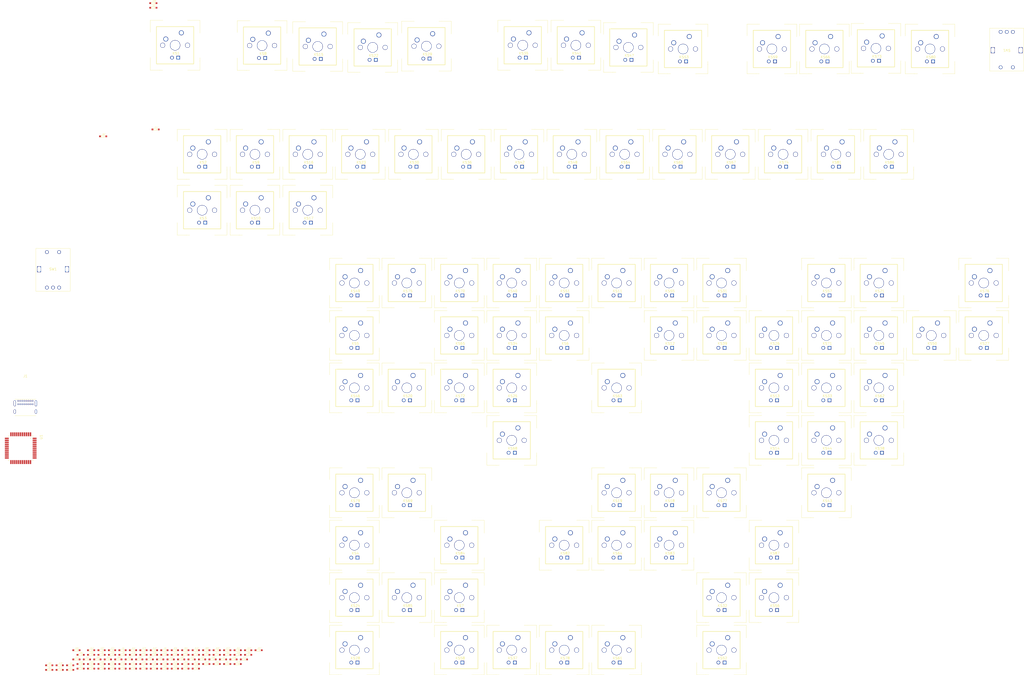
<source format=kicad_pcb>
(kicad_pcb (version 20211014) (generator pcbnew)
  (layers (0 "F.Cu" signal) (31 "B.Cu" signal) (34 "B.Paste" user) (35 "F.Paste" user) (36 "B.SilkS" user "B.Silkscreen") (37 "F.SilkS" user "F.Silkscreen") (38 "B.Mask" user) (39 "F.Mask" user) (44 "Edge.Cuts" user))
  (net 0 "")
  (net 1 "Net-(D1-Pad1)")
  (net 2 "ROW0")
  (net 3 "Net-(D2-Pad1)")
  (net 4 "ROW1")
  (net 5 "Net-(D3-Pad1)")
  (net 6 "ROW2")
  (net 7 "Net-(D4-Pad1)")
  (net 8 "ROW3")
  (net 9 "Net-(D5-Pad1)")
  (net 10 "ROW4")
  (net 11 "Net-(D6-Pad1)")
  (net 12 "ROW5")
  (net 13 "Net-(D7-Pad1)")
  (net 14 "ROW6")
  (net 15 "Net-(D8-Pad1)")
  (net 16 "Net-(D86-Pad2)")
  (net 17 "Net-(D9-Pad1)")
  (net 18 "Net-(D87-Pad1)")
  (net 19 "Net-(D10-Pad1)")
  (net 21 "Net-(D11-Pad1)")
  (net 23 "Net-(D12-Pad1)")
  (net 25 "Net-(D13-Pad1)")
  (net 26 "Net-(D14-Pad1)")
  (net 27 "Net-(D15-Pad1)")
  (net 28 "Net-(D16-Pad1)")
  (net 29 "Net-(D17-Pad1)")
  (net 30 "Net-(D18-Pad1)")
  (net 31 "Net-(D19-Pad1)")
  (net 32 "Net-(D20-Pad1)")
  (net 33 "Net-(D21-Pad1)")
  (net 34 "Net-(D22-Pad1)")
  (net 35 "Net-(D23-Pad1)")
  (net 36 "Net-(D24-Pad1)")
  (net 37 "Net-(D25-Pad1)")
  (net 38 "Net-(D26-Pad1)")
  (net 40 "Net-(D27-Pad1)")
  (net 42 "Net-(D28-Pad1)")
  (net 43 "Net-(D29-Pad1)")
  (net 44 "Net-(D30-Pad1)")
  (net 45 "Net-(D31-Pad1)")
  (net 46 "Net-(D32-Pad1)")
  (net 47 "Net-(D33-Pad1)")
  (net 48 "Net-(D34-Pad1)")
  (net 49 "Net-(D35-Pad1)")
  (net 50 "Net-(D36-Pad1)")
  (net 51 "Net-(D37-Pad1)")
  (net 52 "Net-(D38-Pad1)")
  (net 53 "Net-(D39-Pad1)")
  (net 54 "Net-(D40-Pad1)")
  (net 55 "Net-(D41-Pad1)")
  (net 56 "Net-(D42-Pad1)")
  (net 57 "Net-(D43-Pad1)")
  (net 58 "Net-(D44-Pad1)")
  (net 59 "Net-(D45-Pad1)")
  (net 60 "Net-(D46-Pad1)")
  (net 61 "Net-(D47-Pad1)")
  (net 62 "Net-(D48-Pad1)")
  (net 63 "Net-(D49-Pad1)")
  (net 64 "Net-(D50-Pad1)")
  (net 65 "Net-(D51-Pad1)")
  (net 66 "Net-(D52-Pad1)")
  (net 67 "Net-(D53-Pad1)")
  (net 68 "Net-(D54-Pad1)")
  (net 69 "Net-(D55-Pad1)")
  (net 70 "Net-(D56-Pad1)")
  (net 71 "Net-(D57-Pad1)")
  (net 72 "Net-(D58-Pad1)")
  (net 73 "Net-(D59-Pad1)")
  (net 74 "Net-(D60-Pad1)")
  (net 75 "Net-(D61-Pad1)")
  (net 76 "Net-(D62-Pad1)")
  (net 77 "Net-(D63-Pad1)")
  (net 78 "Net-(D64-Pad1)")
  (net 79 "Net-(D65-Pad1)")
  (net 80 "Net-(D66-Pad1)")
  (net 81 "Net-(D67-Pad1)")
  (net 82 "Net-(D68-Pad1)")
  (net 83 "Net-(D69-Pad1)")
  (net 84 "Net-(D70-Pad1)")
  (net 85 "Net-(D71-Pad1)")
  (net 86 "Net-(D72-Pad1)")
  (net 87 "Net-(D73-Pad1)")
  (net 88 "Net-(D74-Pad1)")
  (net 89 "Net-(D75-Pad1)")
  (net 90 "Net-(D76-Pad1)")
  (net 91 "Net-(D77-Pad1)")
  (net 92 "Net-(D78-Pad1)")
  (net 93 "Net-(D79-Pad1)")
  (net 94 "Net-(D80-Pad1)")
  (net 95 "Net-(D81-Pad1)")
  (net 96 "Net-(D82-Pad1)")
  (net 97 "Net-(D83-Pad1)")
  (net 98 "Net-(D84-Pad1)")
  (net 99 "Net-(D85-Pad1)")
  (net 100 "Net-(D86-Pad1)")
  (net 101 "COL0")
  (net 102 "COL1")
  (net 103 "COL2")
  (net 104 "COL3")
  (net 105 "COL4")
  (net 106 "COL5")
  (net 107 "COL6")
  (net 108 "COL7")
  (net 109 "COL8")
  (net 110 "COL9")
  (net 111 "COL10")
  (net 112 "COL11")
  (net 113 "COL12")
  (net 114 "COL13")
  (net 115 "ENCA")
  (net 116 "ENCB")
  (net 117 "GND")
  (net 163 "Net-(D88-Pad1)")
  (net 165 "/D+")
  (net 166 "/D-")
  (footprint "keyboard_fp:CherryMx" (layer "F.Cu") (at 340.868 -59.563)
    (fp_text reference "KS59")
    (fp_text value "F9")
  )
  (footprint "keyboard_fp:SOD323" (layer "F.Cu") (at 115.189 189.992)
    (fp_text reference "D2")
    (fp_text value "1N4148WX-TP" hide)
  )
  (footprint "keyboard_fp:SOD323" (layer "F.Cu") (at 78.389 186.232)
    (fp_text reference "D44")
    (fp_text value "1N4148WX-TP" hide)
  )
  (footprint "keyboard_fp:CherryMx" (layer "F.Cu") (at 255.951 57.542)
    (fp_text reference "KS6")
    (fp_text value "LCTL")
  )
  (footprint "keyboard_fp:CherryMx" (layer "F.Cu") (at 107.95 6.35)
    (fp_text reference "KS3")
    (fp_text value "TAB")
  )
  (footprint "keyboard_fp:SOD323" (layer "F.Cu") (at 44.149 192.392)
    (fp_text reference "D81")
    (fp_text value "1N4148WX-TP" hide)
  )
  (footprint "keyboard_fp:CherryMx" (layer "F.Cu") (at 234.511 100.422)
    (fp_text reference "KS68")
    (fp_text value "p")
  )
  (footprint "keyboard_fp:SOD323" (layer "F.Cu") (at 82.669 188.112)
    (fp_text reference "D34")
    (fp_text value "1N4148WX-TP" hide)
  )
  (footprint "keyboard_fp:ATMEGA32U4-AUR" (layer "F.Cu") (at 33.782 103.632 -90)
    (fp_text reference "U1")
    (fp_text value "ATMEGA32U4-AUR")
  )
  (footprint "keyboard_fp:CherryMx" (layer "F.Cu") (at 280.67 -16.51)
    (fp_text reference "KS54")
    (fp_text value "8")
  )
  (footprint "keyboard_fp:SOD323" (layer "F.Cu") (at 52.709 192.392)
    (fp_text reference "D3")
    (fp_text value "1N4148WX-TP" hide)
  )
  (footprint "keyboard_fp:CherryMx" (layer "F.Cu") (at 96.901 -61.087)
    (fp_text reference "KS1")
    (fp_text value "ESC")
  )
  (footprint "keyboard_fp:CherryMx" (layer "F.Cu") (at 341.711 100.422)
    (fp_text reference "KS14")
    (fp_text value "SCRLCK")
  )
  (footprint "keyboard_fp:CherryMx" (layer "F.Cu") (at 255.951 36.102)
    (fp_text reference "KS51")
    (fp_text value "m")
  )
  (footprint "keyboard_fp:SOD323" (layer "F.Cu") (at 112.629 188.112)
    (fp_text reference "D17")
    (fp_text value "1N4148WX-TP" hide)
  )
  (footprint "keyboard_fp:SOD323" (layer "F.Cu") (at 82.669 186.232)
    (fp_text reference "D75")
    (fp_text value "1N4148WX-TP" hide)
  )
  (footprint "keyboard_fp:CherryMx" (layer "F.Cu") (at 345.44 -16.51)
    (fp_text reference "KS74")
    (fp_text value "-")
  )
  (footprint "keyboard_fp:CherryMx" (layer "F.Cu") (at 234.511 186.182)
    (fp_text reference "KS37")
    (fp_text value "t")
  )
  (footprint "keyboard_fp:SOD323" (layer "F.Cu") (at 112.629 186.232)
    (fp_text reference "D30")
    (fp_text value "1N4148WX-TP" hide)
  )
  (footprint "keyboard_fp:PEC11H-RotaryEncoderSwitch" (layer "F.Cu") (at 436.88 -59.059 180)
    (fp_text reference "SW1")
    (fp_text value "PEC11H-RotaryEncoderSwitch" hide)
  )
  (footprint "keyboard_fp:SOD323" (layer "F.Cu") (at 74.109 193.752)
    (fp_text reference "D21")
    (fp_text value "1N4148WX-TP" hide)
  )
  (footprint "keyboard_fp:CherryMx" (layer "F.Cu") (at 234.511 78.982)
    (fp_text reference "KS25")
    (fp_text value "d")
  )
  (footprint "keyboard_fp:SOD323" (layer "F.Cu") (at 98.069 189.992)
    (fp_text reference "D38")
    (fp_text value "1N4148WX-TP" hide)
  )
  (footprint "keyboard_fp:SOD323" (layer "F.Cu") (at 52.709 194.272)
    (fp_text reference "D41")
    (fp_text value "1N4148WX-TP" hide)
  )
  (footprint "keyboard_fp:CherryMx" (layer "F.Cu") (at 320.271 164.742)
    (fp_text reference "KS32")
    (fp_text value "f")
  )
  (footprint "keyboard_fp:SOD323" (layer "F.Cu") (at 61.269 193.752)
    (fp_text reference "D55")
    (fp_text value "1N4148WX-TP" hide)
  )
  (footprint "keyboard_fp:SOD323" (layer "F.Cu") (at 80.949 189.992)
    (fp_text reference "D32")
    (fp_text value "1N4148WX-TP" hide)
  )
  (footprint "keyboard_fp:SOD323" (layer "F.Cu") (at 82.669 191.872)
    (fp_text reference "D65")
    (fp_text value "1N4148WX-TP" hide)
  )
  (footprint "keyboard_fp:SOD323" (layer "F.Cu") (at 104.069 188.112)
    (fp_text reference "D74")
    (fp_text value "1N4148WX-TP" hide)
  )
  (footprint "keyboard_fp:SOD323" (layer "F.Cu") (at 85.229 189.992)
    (fp_text reference "D84")
    (fp_text value "1N4148WX-TP" hide)
  )
  (footprint "keyboard_fp:SOD323" (layer "F.Cu") (at 104.069 193.752)
    (fp_text reference "D73")
    (fp_text value "1N4148WX-TP" hide)
  )
  (footprint "keyboard_fp:CherryMx" (layer "F.Cu") (at 191.631 36.102)
    (fp_text reference "KS75")
    (fp_text value "[")
  )
  (footprint "keyboard_fp:CherryMx" (layer "F.Cu") (at 170.191 164.742)
    (fp_text reference "KS24")
    (fp_text value "e")
  )
  (footprint "keyboard_fp:CherryMx" (layer "F.Cu") (at 237.49 -16.51)
    (fp_text reference "KS42")
    (fp_text value "6")
  )
  (footprint "keyboard_fp:CherryMx" (layer "F.Cu") (at 282.194 -60.198)
    (fp_text reference "KS47")
    (fp_text value "F7")
  )
  (footprint "keyboard_fp:SOD323" (layer "F.Cu") (at 68.109 189.992)
    (fp_text reference "D52")
    (fp_text value "1N4148WX-TP" hide)
  )
  (footprint "keyboard_fp:SOD323" (layer "F.Cu") (at 102.349 189.992)
    (fp_text reference "D45")
    (fp_text value "1N4148WX-TP" hide)
  )
  (footprint "keyboard_fp:SOD323" (layer "F.Cu") (at 55.269 186.232)
    (fp_text reference "D61")
    (fp_text value "1N4148WX-TP" hide)
  )
  (footprint "keyboard_fp:CherryMx" (layer "F.Cu") (at 191.631 78.982)
    (fp_text reference "KS20")
    (fp_text value "LALT")
  )
  (footprint "keyboard_fp:SOD323" (layer "F.Cu") (at 55.269 189.992)
    (fp_text reference "D42")
    (fp_text value "1N4148WX-TP" hide)
  )
  (footprint "keyboard_fp:SOD323" (layer "F.Cu") (at 59.549 189.992)
    (fp_text reference "D54")
    (fp_text value "1N4148WX-TP" hide)
  )
  (footprint "keyboard_fp:SOD323" (layer "F.Cu") (at 65.549 191.872)
    (fp_text reference "D35")
    (fp_text value "1N4148WX-TP" hide)
  )
  (footprint "keyboard_fp:SOD323" (layer "F.Cu") (at 66.19 -23.85)
    (fp_text reference "D87")
    (fp_text value "1N4148WX-TP" hide)
  )
  (footprint "keyboard_fp:SOD323" (layer "F.Cu") (at 91.229 188.112)
    (fp_text reference "D39")
    (fp_text value "1N4148WX-TP" hide)
  )
  (footprint "keyboard_fp:CherryMx" (layer "F.Cu") (at 341.711 143.302)
    (fp_text reference "KS87")
    (fp_text value "\\")
  )
  (footprint "keyboard_fp:CherryMx" (layer "F.Cu") (at 304.546 -59.563)
    (fp_text reference "KS53")
    (fp_text value "F8")
  )
  (footprint "keyboard_fp:SOD323" (layer "F.Cu") (at 91.229 191.872)
    (fp_text reference "D70")
    (fp_text value "1N4148WX-TP" hide)
  )
  (footprint "keyboard_fp:CherryMx" (layer "F.Cu") (at 341.711 57.542)
    (fp_text reference "KS26")
    (fp_text value "c")
  )
  (footprint "keyboard_fp:CherryMx" (layer "F.Cu") (at 260.731 -61.087)
    (fp_text reference "KS41")
    (fp_text value "F6")
  )
  (footprint "keyboard_fp:CherryMx" (layer "F.Cu") (at 194.31 -16.51)
    (fp_text reference "KS30")
    (fp_text value "4")
  )
  (footprint "keyboard_fp:CherryMx" (layer "F.Cu") (at 302.26 -16.51)
    (fp_text reference "KS60")
    (fp_text value "9")
  )
  (footprint "keyboard_fp:SOD323" (layer "F.Cu") (at 95.509 193.752)
    (fp_text reference "D63")
    (fp_text value "1N4148WX-TP" hide)
  )
  (footprint "keyboard_fp:CherryMx" (layer "F.Cu") (at 172.593 -16.51)
    (fp_text reference "KS23")
    (fp_text value "3")
  )
  (footprint "keyboard_fp:SOD323" (layer "F.Cu") (at 86.949 191.872)
    (fp_text reference "D9")
    (fp_text value "1N4148WX-TP" hide)
  )
  (footprint "keyboard_fp:SOD323" (layer "F.Cu") (at 93.789 189.992)
    (fp_text reference "D23")
    (fp_text value "1N4148WX-TP" hide)
  )
  (footprint "keyboard_fp:CherryMx" (layer "F.Cu") (at 170.191 78.982)
    (fp_text reference "KS46")
    (fp_text value "DEL")
  )
  (footprint "keyboard_fp:CherryMx" (layer "F.Cu") (at 234.511 36.102)
    (fp_text reference "KS40")
    (fp_text value "PUP")
  )
  (footprint "keyboard_fp:SOD323" (layer "F.Cu") (at 69.829 193.752)
    (fp_text reference "D18")
    (fp_text value "1N4148WX-TP" hide)
  )
  (footprint "keyboard_fp:CherryMx" (layer "F.Cu") (at 191.631 164.742)
    (fp_text reference "KS85")
    (fp_text value "RAR")
  )
  (footprint "keyboard_fp:CherryMx" (layer "F.Cu") (at 151.13 -16.51)
    (fp_text reference "KS16")
    (fp_text value "2")
  )
  (footprint "keyboard_fp:CherryMx" (layer "F.Cu") (at 177.673 -60.198)
    (fp_text reference "KS22")
    (fp_text value "F3")
  )
  (footprint "keyboard_fp:CherryMx" (layer "F.Cu") (at 129.54 6.35)
    (fp_text reference "KS10")
    (fp_text value "q")
  )
  (footprint "keyboard_fp:CherryMx" (layer "F.Cu") (at 170.191 57.542)
    (fp_text reference "KS5")
    (fp_text value "LSH")
  )
  (footprint "keyboard_fp:SOD323" (layer "F.Cu") (at 76.669 189.992)
    (fp_text reference "D36")
    (fp_text value "1N4148WX-TP" hide)
  )
  (footprint "keyboard_fp:CherryMx" (layer "F.Cu") (at 277.391 186.182)
    (fp_text reference "KS61")
    (fp_text value "o")
  )
  (footprint "keyboard_fp:SOD323" (layer "F.Cu") (at 125.469 188.112)
    (fp_text reference "D80")
    (fp_text value "1N4148WX-TP" hide)
  )
  (footprint "keyboard_fp:CherryMx" (layer "F.Cu") (at 323.85 -16.51)
    (fp_text reference "KS67")
    (fp_text value "0")
  )
  (footprint "keyboard_fp:CherryMx" (layer "F.Cu") (at 384.591 57.542)
    (fp_text reference "KS45")
    (fp_text value "n")
  )
  (footprint "keyboard_fp:SOD323" (layer "F.Cu") (at 86.949 188.112)
    (fp_text reference "D68")
    (fp_text value "1N4148WX-TP" hide)
  )
  (footprint "keyboard_fp:SOD323" (layer "F.Cu") (at 99.789 191.872)
    (fp_text reference "D50")
    (fp_text value "1N4148WX-TP" hide)
  )
  (footprint "keyboard_fp:SOD323" (layer "F.Cu") (at 65.549 186.232)
    (fp_text reference "D37")
    (fp_text value "1N4148WX-TP" hide)
  )
  (footprint "keyboard_fp:CherryMx" (layer "F.Cu") (at 255.951 143.302)
    (fp_text reference "KS82")
    (fp_text value "]")
  )
  (footprint "keyboard_fp:SOD323" (layer "F.Cu") (at 123.749 189.992)
    (fp_text reference "D14")
    (fp_text value "1N4148WX-TP" hide)
  )
  (footprint "keyboard_fp:SOD323" (layer "F.Cu") (at 86.949 186.232)
    (fp_text reference "D15")
    (fp_text value "1N4148WX-TP" hide)
  )
  (footprint "keyboard_fp:CherryMx" (layer "F.Cu") (at 170.191 143.302)
    (fp_text reference "KS4")
    (fp_text value "CAP")
  )
  (footprint "keyboard_fp:CherryMx" (layer "F.Cu") (at 388.62 -16.51)
    (fp_text reference "KS86")
    (fp_text value "BSP")
  )
  (footprint "keyboard_fp:SOD323" (layer "F.Cu") (at 125.469 186.232)
    (fp_text reference "D49")
    (fp_text value "1N4148WX-TP" hide)
  )
  (footprint "keyboard_fp:CherryMx" (layer "F.Cu") (at 341.711 78.982)
    (fp_text reference "KS13")
    (fp_text value "WIND")
  )
  (footprint "keyboard_fp:CherryMx" (layer "F.Cu") (at 363.151 57.542)
    (fp_text reference "KS71")
    (fp_text value "FN")
  )
  (footprint "keyboard_fp:CherryMx" (layer "F.Cu") (at 320.271 57.542)
    (fp_text reference "KS39")
    (fp_text value "b")
  )
  (footprint "keyboard_fp:SOD323" (layer "F.Cu") (at 104.069 191.872)
    (fp_text reference "D19")
    (fp_text value "1N4148WX-TP" hide)
  )
  (footprint "keyboard_fp:CherryMx" (layer "F.Cu") (at 383.413 -59.817)
    (fp_text reference "KS73")
    (fp_text value "F11")
  )
  (footprint "keyboard_fp:CherryMx" (layer "F.Cu") (at 215.9 -16.51)
    (fp_text reference "KS36")
    (fp_text value "5")
  )
  (footprint "keyboard_fp:SOD323" (layer "F.Cu") (at 86.71 -78.299)
    (fp_text reference "D88")
    (fp_text value "1N4148WX-TP" hide)
  )
  (footprint "keyboard_fp:SOD323" (layer "F.Cu") (at 56.989 188.112)
    (fp_text reference "D82")
    (fp_text value "1N4148WX-TP" hide)
  )
  (footprint "keyboard_fp:CherryMx" (layer "F.Cu") (at 298.831 143.302)
    (fp_text reference "KS83")
    (fp_text value "ENT")
  )
  (footprint "keyboard_fp:SOD323" (layer "F.Cu") (at 129.749 186.232)
    (fp_text reference "D57")
    (fp_text value "1N4148WX-TP" hide)
  )
  (footprint "keyboard_fp:PEC11H-RotaryEncoderSwitch" (layer "F.Cu") (at 46.99 30.48)
    (fp_text reference "SW1")
    (fp_text value "PEC11H-RotaryEncoderSwitch" hide)
  )
  (footprint "keyboard_fp:CherryMx" (layer "F.Cu") (at 170.191 121.862)
    (fp_text reference "KS79")
    (fp_text value "DAR")
  )
  (footprint "keyboard_fp:SOD323" (layer "F.Cu") (at 72.389 189.992)
    (fp_text reference "D86")
    (fp_text value "1N4148WX-TP" hide)
  )
  (footprint "keyboard_fp:CherryMx" (layer "F.Cu") (at 277.391 78.982)
    (fp_text reference "KS63")
    (fp_text value ".")
  )
  (footprint "keyboard_fp:CherryMx" (layer "F.Cu") (at 427.471 36.102)
    (fp_text reference "KS76")
    (fp_text value "'")
  )
  (footprint "keyboard_fp:CherryMx" (layer "F.Cu") (at 406.031 57.542)
    (fp_text reference "KS50")
    (fp_text value "j")
  )
  (footprint "keyboard_fp:SOD323" (layer "F.Cu") (at 86.949 193.752)
    (fp_text reference "D77")
    (fp_text value "1N4148WX-TP" hide)
  )
  (footprint "keyboard_fp:CherryMx" (layer "F.Cu") (at 107.95 -16.51)
    (fp_text reference "KS2")
    (fp_text value "`")
  )
  (footprint "keyboard_fp:SOD323" (layer "F.Cu") (at 116.909 191.872)
    (fp_text reference "D27")
    (fp_text value "1N4148WX-TP" hide)
  )
  (footprint "keyboard_fp:SOD323" (layer "F.Cu") (at 116.909 188.112)
    (fp_text reference "D66")
    (fp_text value "1N4148WX-TP" hide)
  )
  (footprint "keyboard_fp:SOD323" (layer "F.Cu") (at 121.189 188.112)
    (fp_text reference "D58")
    (fp_text value "1N4148WX-TP" hide)
  )
  (footprint "keyboard_fp:CherryMx" (layer "F.Cu") (at 129.54 -16.51)
    (fp_text reference "KS9")
    (fp_text value "1")
  )
  (footprint "keyboard_fp:CherryMx" (layer "F.Cu") (at 405.511 -59.563)
    (fp_text reference "KS80")
    (fp_text value "F12")
  )
  (footprint "keyboard_fp:SOD323" (layer "F.Cu") (at 82.669 193.752)
    (fp_text reference "D4")
    (fp_text value "1N4148WX-TP" hide)
  )
  (footprint "keyboard_fp:CherryMx" (layer "F.Cu") (at 362.331 -59.563)
    (fp_text reference "KS66")
    (fp_text value "F10")
  )
  (footprint "keyboard_fp:CherryMx" (layer "F.Cu") (at 213.071 57.542)
    (fp_text reference "KS65")
    (fp_text value "UPA")
  )
  (footprint "keyboard_fp:CherryMx" (layer "F.Cu") (at 234.511 57.542)
    (fp_text reference "KS34")
    (fp_text value "HOME")
  )
  (footprint "keyboard_fp:CherryMx" (layer "F.Cu") (at 213.071 78.982)
    (fp_text reference "KS72")
    (fp_text value "LAR")
  )
  (footprint "keyboard_fp:SOD323" (layer "F.Cu") (at 110.909 189.992)
    (fp_text reference "D69")
    (fp_text value "1N4148WX-TP" hide)
  )
  (footprint "keyboard_fp:SOD323" (layer "F.Cu") (at 61.269 188.112)
    (fp_text reference "D25")
    (fp_text value "1N4148WX-TP" hide)
  )
  (footprint "keyboard_fp:CherryMx" (layer "F.Cu") (at 384.591 100.422)
    (fp_text reference "KS38")
    (fp_text value "g")
  )
  (footprint "keyboard_fp:CherryMx" (layer "F.Cu") (at 255.951 186.182)
    (fp_text reference "KS78")
    (fp_text value "PAGE")
  )
  (footprint "keyboard_fp:CherryMx" (layer "F.Cu") (at 213.071 164.742)
    (fp_text reference "KS7")
    (fp_text value "PRNTSCR")
  )
  (footprint "keyboard_fp:SOD323" (layer "F.Cu") (at 56.989 193.752)
    (fp_text reference "D22")
    (fp_text value "1N4148WX-TP" hide)
  )
  (footprint "keyboard_fp:CherryMx" (layer "F.Cu") (at 191.631 121.862)
    (fp_text reference "KS69")
    (fp_text value ";")
  )
  (footprint "keyboard_fp:CherryMx" (layer "F.Cu") (at 363.151 121.862)
    (fp_text reference "KS43")
    (fp_text value "y")
  )
  (footprint "keyboard_fp:CherryMx" (layer "F.Cu") (at 384.591 78.982)
    (fp_text reference "KS62")
    (fp_text value "l")
  )
  (footprint "keyboard_fp:CherryMx" (layer "F.Cu") (at 277.391 121.862)
    (fp_text reference "KS19")
    (fp_text value "x")
  )
  (footprint "keyboard_fp:SOD323" (layer "F.Cu") (at 95.509 191.872)
    (fp_text reference "D76")
    (fp_text value "1N4148WX-TP" hide)
  )
  (footprint "keyboard_fp:SOD323" (layer "F.Cu") (at 108.349 186.232)
    (fp_text reference "D86")
    (fp_text value "1N4148WX-TP" hide)
  )
  (footprint "keyboard_fp:SOD323" (layer "F.Cu") (at 44.149 194.272)
    (fp_text reference "D67")
    (fp_text value "1N4148WX-TP" hide)
  )
  (footprint "keyboard_fp:CherryMx" (layer "F.Cu") (at 239.014 -61.087)
    (fp_text reference "KS35")
    (fp_text value "F5")
  )
  (footprint "keyboard_fp:CherryMx" (layer "F.Cu") (at 298.831 121.862)
    (fp_text reference "KS18")
    (fp_text value "s")
  )
  (footprint "keyboard_fp:SOD323" (layer "F.Cu") (at 56.989 191.872)
    (fp_text reference "D20")
    (fp_text value "1N4148WX-TP" hide)
  )
  (footprint "keyboard_fp:SOD323" (layer "F.Cu") (at 65.549 188.112)
    (fp_text reference "D5")
    (fp_text value "1N4148WX-TP" hide)
  )
  (footprint "keyboard_fp:USB4085-GF-A" (layer "F.Cu") (at 35.687 84.3125)
    (fp_text reference "J1")
    (fp_text value "GCT-USB4085")
  )
  (footprint "keyboard_fp:SOD323" (layer "F.Cu") (at 61.269 186.232)
    (fp_text reference "D12")
    (fp_text value "1N4148WX-TP" hide)
  )
  (footprint "keyboard_fp:CherryMx" (layer "F.Cu") (at 363.151 36.102)
    (fp_text reference "KS57")
    (fp_text value ",")
  )
  (footprint "keyboard_fp:SOD323" (layer "F.Cu") (at 99.789 188.112)
    (fp_text reference "D26")
    (fp_text value "1N4148WX-TP" hide)
  )
  (footprint "keyboard_fp:CherryMx" (layer "F.Cu") (at 320.271 36.102)
    (fp_text reference "KS31")
    (fp_text value "r")
  )
  (footprint "keyboard_fp:CherryMx" (layer "F.Cu") (at 363.151 78.982)
    (fp_text reference "KS33")
    (fp_text value "v")
  )
  (footprint "keyboard_fp:CherryMx" (layer "F.Cu") (at 277.391 143.302)
    (fp_text reference "KS64")
    (fp_text value "RALT")
  )
  (footprint "keyboard_fp:CherryMx" (layer "F.Cu") (at 213.071 36.102)
    (fp_text reference "KS70")
    (fp_text value "/")
  )
  (footprint "keyboard_fp:SOD323" (layer "F.Cu") (at 95.509 188.112)
    (fp_text reference "D16")
    (fp_text value "1N4148WX-TP" hide)
  )
  (footprint "keyboard_fp:CherryMx" (layer "F.Cu") (at 363.151 100.422)
    (fp_text reference "KS44")
    (fp_text value "h")
  )
  (footprint "keyboard_fp:CherryMx" (layer "F.Cu") (at 170.191 186.182)
    (fp_text reference "KS28")
    (fp_text value "INSERT")
  )
  (footprint "keyboard_fp:SOD323" (layer "F.Cu") (at 116.909 186.232)
    (fp_text reference "D72")
    (fp_text value "1N4148WX-TP" hide)
  )
  (footprint "keyboard_fp:SOD323" (layer "F.Cu") (at 112.629 191.872)
    (fp_text reference "D62")
    (fp_text value "1N4148WX-TP" hide)
  )
  (footprint "keyboard_fp:CherryMx" (layer "F.Cu") (at 384.591 36.102)
    (fp_text reference "KS21")
    (fp_text value "PAUSE")
  )
  (footprint "keyboard_fp:CherryMx" (layer "F.Cu") (at 367.03 -16.51)
    (fp_text reference "KS81")
    (fp_text value "=")
  )
  (footprint "keyboard_fp:CherryMx" (layer "F.Cu") (at 213.071 186.182)
    (fp_text reference "KS58")
    (fp_text value "PDN")
  )
  (footprint "keyboard_fp:CherryMx" (layer "F.Cu") (at 320.271 121.862)
    (fp_text reference "KS77")
    (fp_text value "RSH")
  )
  (footprint "keyboard_fp:SOD323" (layer "F.Cu") (at 69.829 188.112)
    (fp_text reference "D59")
    (fp_text value "1N4148WX-TP" hide)
  )
  (footprint "keyboard_fp:SOD323" (layer "F.Cu") (at 95.509 186.232)
    (fp_text reference "D51")
    (fp_text value "1N4148WX-TP" hide)
  )
  (footprint "keyboard_fp:SOD323" (layer "F.Cu") (at 91.229 186.232)
    (fp_text reference "D6")
    (fp_text value "1N4148WX-TP" hide)
  )
  (footprint "keyboard_fp:CherryMx" (layer "F.Cu") (at 298.831 57.542)
    (fp_text reference "KS12")
    (fp_text value "z")
  )
  (footprint "keyboard_fp:SOD323" (layer "F.Cu") (at 87.63 -26.67)
    (fp_text reference "D47")
    (fp_text value "1N4148WX-TP" hide)
  )
  (footprint "keyboard_fp:SOD323" (layer "F.Cu") (at 91.229 193.752)
    (fp_text reference "D85")
    (fp_text value "1N4148WX-TP" hide)
  )
  (footprint "keyboard_fp:SOD323" (layer "F.Cu") (at 63.829 189.992)
    (fp_text reference "D83")
    (fp_text value "1N4148WX-TP" hide)
  )
  (footprint "keyboard_fp:SOD323" (layer "F.Cu") (at 74.109 191.872)
    (fp_text reference "D40")
    (fp_text value "1N4148WX-TP" hide)
  )
  (footprint "keyboard_fp:SOD323" (layer "F.Cu") (at 106.629 189.992)
    (fp_text reference "D31")
    (fp_text value "1N4148WX-TP" hide)
  )
  (footprint "keyboard_fp:SOD323" (layer "F.Cu") (at 48.429 192.392)
    (fp_text reference "D78")
    (fp_text value "1N4148WX-TP" hide)
  )
  (footprint "keyboard_fp:SOD323" (layer "F.Cu") (at 119.469 189.992)
    (fp_text reference "D56")
    (fp_text value "1N4148WX-TP" hide)
  )
  (footprint "keyboard_fp:SOD323" (layer "F.Cu") (at 89.509 189.992)
    (fp_text reference "D11")
    (fp_text value "1N4148WX-TP" hide)
  )
  (footprint "keyboard_fp:SOD323" (layer "F.Cu") (at 78.389 188.112)
    (fp_text reference "D48")
    (fp_text value "1N4148WX-TP" hide)
  )
  (footprint "keyboard_fp:CherryMx" (layer "F.Cu") (at 259.08 -16.51)
    (fp_text reference "KS48")
    (fp_text value "7")
  )
  (footprint "keyboard_fp:SOD323" (layer "F.Cu") (at 121.189 186.232)
    (fp_text reference "D24")
    (fp_text value "1N4148WX-TP" hide)
  )
  (footprint "keyboard_fp:CherryMx" (layer "F.Cu") (at 298.831 36.102)
    (fp_text reference "KS55")
    (fp_text value "i")
  )
  (footprint "keyboard_fp:SOD323" (layer "F.Cu") (at 108.349 188.112)
    (fp_text reference "D60")
    (fp_text value "1N4148WX-TP" hide)
  )
  (footprint "keyboard_fp:CherryMx" (layer "F.Cu") (at 213.071 143.302)
    (fp_text reference "KS84")
    (fp_text value "RCTL")
  )
  (footprint "keyboard_fp:SOD323" (layer "F.Cu") (at 78.389 193.752)
    (fp_text reference "D43")
    (fp_text value "1N4148WX-TP" hide)
  )
  (footprint "keyboard_fp:CherryMx" (layer "F.Cu") (at 132.461 -60.96)
    (fp_text reference "KS8")
    (fp_text value "F1")
  )
  (footprint "keyboard_fp:SOD323" (layer "F.Cu") (at 108.349 191.872)
    (fp_text reference "D29")
    (fp_text value "1N4148WX-TP" hide)
  )
  (footprint "keyboard_fp:SOD323" (layer "F.Cu") (at 69.829 186.232)
    (fp_text reference "D71")
    (fp_text value "1N4148WX-TP" hide)
  )
  (footprint "keyboard_fp:SOD323" (layer "F.Cu") (at 65.549 193.752)
    (fp_text reference "D28")
    (fp_text value "1N4148WX-TP" hide)
  )
  (footprint "keyboard_fp:SOD323" (layer "F.Cu") (at 121.189 191.872)
    (fp_text reference "D79")
    (fp_text value "1N4148WX-TP" hide)
  )
  (footprint "keyboard_fp:SOD323" (layer "F.Cu") (at 99.789 193.752)
    (fp_text reference "D46")
    (fp_text value "1N4148WX-TP" hide)
  )
  (footprint "keyboard_fp:CherryMx" (layer "F.Cu") (at 277.391 36.102)
    (fp_text reference "KS11")
    (fp_text value "a")
  )
  (footprint "keyboard_fp:CherryMx" (layer "F.Cu") (at 170.191 36.102)
    (fp_text reference "KS49")
    (fp_text value "u")
  )
  (footprint "keyboard_fp:SOD323" (layer "F.Cu") (at 69.829 191.872)
    (fp_text reference "D53")
    (fp_text value "1N4148WX-TP" hide)
  )
  (footprint "keyboard_fp:SOD323" (layer "F.Cu") (at 74.109 186.232)
    (fp_text reference "D1")
    (fp_text value "1N4148WX-TP" hide)
  )
  (footprint "keyboard_fp:CherryMx" (layer "F.Cu") (at 155.194 -60.579)
    (fp_text reference "KS15")
    (fp_text value "F2")
  )
  (footprint "keyboard_fp:CherryMx" (layer "F.Cu") (at 199.644 -60.706)
    (fp_text reference "KS29")
    (fp_text value "F4")
  )
  (footprint "keyboard_fp:SOD323" (layer "F.Cu") (at 99.789 186.232)
    (fp_text reference "D64")
    (fp_text value "1N4148WX-TP" hide)
  )
  (footprint "keyboard_fp:CherryMx" (layer "F.Cu") (at 151.13 6.35)
    (fp_text reference "KS17")
    (fp_text value "w")
  )
  (footprint "keyboard_fp:SOD323" (layer "F.Cu") (at 74.109 188.112)
    (fp_text reference "D8")
    (fp_text value "1N4148WX-TP" hide)
  )
  (footprint "keyboard_fp:SOD323" (layer "F.Cu") (at 61.269 191.872)
    (fp_text reference "D33")
    (fp_text value "1N4148WX-TP" hide)
  )
  (footprint "keyboard_fp:SOD323" (layer "F.Cu") (at 104.069 186.232)
    (fp_text reference "D10")
    (fp_text value "1N4148WX-TP" hide)
  )
  (footprint "keyboard_fp:SOD323" (layer "F.Cu") (at 48.429 194.272)
    (fp_text reference "D13")
    (fp_text value "1N4148WX-TP" hide)
  )
  (footprint "keyboard_fp:SOD323" (layer "F.Cu") (at 86.71 -76.419)
    (fp_text reference "D87")
    (fp_text value "1N4148WX-TP" hide)
  )
  (footprint "keyboard_fp:CherryMx" (layer "F.Cu") (at 427.471 57.542)
    (fp_text reference "KS27")
    (fp_text value "SPA")
  )
  (footprint "keyboard_fp:CherryMx" (layer "F.Cu") (at 320.271 186.182)
    (fp_text reference "KS52")
    (fp_text value "END")
  )
  (footprint "keyboard_fp:CherryMx" (layer "F.Cu") (at 341.711 164.742)
    (fp_text reference "KS56")
    (fp_text value "k")
  )
  (footprint "keyboard_fp:SOD323" (layer "F.Cu") (at 78.389 191.872)
    (fp_text reference "D7")
    (fp_text value "1N4148WX-TP" hide)
  )
)
</source>
